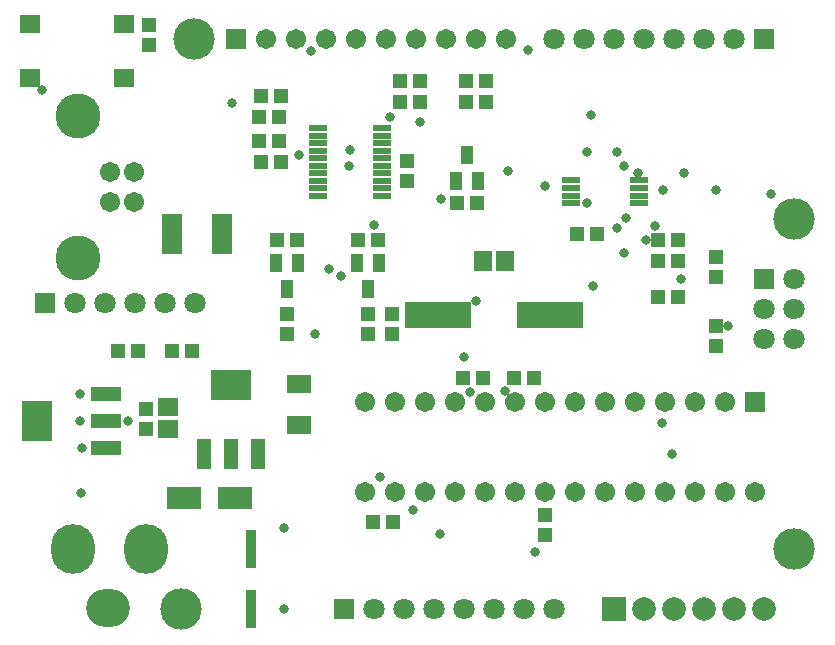
<source format=gts>
G04*
G04 #@! TF.GenerationSoftware,Altium Limited,Altium Designer,19.0.10 (269)*
G04*
G04 Layer_Color=8388736*
%FSLAX24Y24*%
%MOIN*%
G70*
G01*
G75*
%ADD36R,0.0474X0.0513*%
%ADD37R,0.0610X0.0217*%
%ADD38R,0.0513X0.0474*%
%ADD39R,0.0592X0.0671*%
%ADD40R,0.0630X0.0217*%
%ADD41R,0.1379X0.1025*%
%ADD42R,0.0474X0.1025*%
%ADD43R,0.2245X0.0867*%
%ADD44R,0.0415X0.0592*%
%ADD45R,0.0789X0.0631*%
%ADD46R,0.0671X0.0592*%
%ADD47R,0.1123X0.0769*%
%ADD48R,0.0375X0.1261*%
%ADD49R,0.0690X0.0592*%
%ADD50R,0.1025X0.0474*%
%ADD51R,0.1025X0.1379*%
%ADD52R,0.0671X0.1340*%
%ADD53R,0.0789X0.0789*%
%ADD54C,0.0789*%
%ADD55C,0.1503*%
%ADD56C,0.0671*%
%ADD57O,0.1458X0.1655*%
%ADD58O,0.1458X0.1261*%
%ADD59C,0.1379*%
%ADD60R,0.0710X0.0710*%
%ADD61C,0.0710*%
%ADD62R,0.0671X0.0671*%
%ADD63R,0.0671X0.0671*%
%ADD64R,0.0710X0.0710*%
%ADD65C,0.0320*%
D36*
X23400Y9765D02*
D03*
Y10435D02*
D03*
Y12065D02*
D03*
Y12735D02*
D03*
X12600Y10165D02*
D03*
Y10835D02*
D03*
X9100Y10835D02*
D03*
Y10165D02*
D03*
X11800Y10165D02*
D03*
Y10835D02*
D03*
X4400Y6986D02*
D03*
Y7655D02*
D03*
X4491Y20471D02*
D03*
Y19802D02*
D03*
X17700Y3465D02*
D03*
Y4135D02*
D03*
X13090Y15935D02*
D03*
Y15265D02*
D03*
D37*
X10127Y17025D02*
D03*
Y16775D02*
D03*
Y16525D02*
D03*
Y16275D02*
D03*
Y16025D02*
D03*
Y15775D02*
D03*
Y15525D02*
D03*
Y15275D02*
D03*
Y15025D02*
D03*
Y14775D02*
D03*
X12273Y17025D02*
D03*
Y16775D02*
D03*
Y16525D02*
D03*
Y16275D02*
D03*
Y16025D02*
D03*
Y15775D02*
D03*
Y15525D02*
D03*
Y15275D02*
D03*
Y15025D02*
D03*
Y14775D02*
D03*
D38*
X18765Y13500D02*
D03*
X19435D02*
D03*
X15434Y14516D02*
D03*
X14764D02*
D03*
X22135Y13300D02*
D03*
X21465D02*
D03*
Y12600D02*
D03*
X22135D02*
D03*
X21465Y11400D02*
D03*
X22135D02*
D03*
X15065Y18600D02*
D03*
X15735D02*
D03*
Y17900D02*
D03*
X15065D02*
D03*
X13535Y18600D02*
D03*
X12865D02*
D03*
X13535Y17900D02*
D03*
X12865D02*
D03*
X12135Y13300D02*
D03*
X11465D02*
D03*
X8766D02*
D03*
X9436D02*
D03*
X5265Y9600D02*
D03*
X5935D02*
D03*
X3465D02*
D03*
X4135D02*
D03*
X8893Y18100D02*
D03*
X8224D02*
D03*
X8893Y15900D02*
D03*
X8224D02*
D03*
X8165Y17400D02*
D03*
X8835D02*
D03*
X8165Y16600D02*
D03*
X8835D02*
D03*
X12635Y3900D02*
D03*
X11965D02*
D03*
X17335Y8700D02*
D03*
X16665D02*
D03*
X14965Y8700D02*
D03*
X15635D02*
D03*
D39*
X15626Y12600D02*
D03*
X16374D02*
D03*
D40*
X20842Y14516D02*
D03*
Y14772D02*
D03*
Y15028D02*
D03*
Y15284D02*
D03*
X18558Y14516D02*
D03*
Y14772D02*
D03*
Y15028D02*
D03*
Y15284D02*
D03*
D41*
X7230Y8462D02*
D03*
D42*
X8136Y6179D02*
D03*
X7230D02*
D03*
X6325D02*
D03*
D43*
X14130Y10800D02*
D03*
X17870D02*
D03*
D44*
X11800Y11667D02*
D03*
X11426Y12533D02*
D03*
X12174D02*
D03*
X9100Y11667D02*
D03*
X8726Y12533D02*
D03*
X9474D02*
D03*
X14726Y15267D02*
D03*
X15474D02*
D03*
X15100Y16133D02*
D03*
D45*
X9500Y7148D02*
D03*
Y8487D02*
D03*
D46*
X5124Y7745D02*
D03*
Y6997D02*
D03*
D47*
X5654Y4700D02*
D03*
X7346D02*
D03*
D48*
X7900Y3000D02*
D03*
Y1000D02*
D03*
D49*
X3665Y18714D02*
D03*
X535D02*
D03*
Y20486D02*
D03*
X3665D02*
D03*
D50*
X3044Y6356D02*
D03*
Y7262D02*
D03*
Y8167D02*
D03*
D51*
X760Y7262D02*
D03*
D52*
X6927Y13500D02*
D03*
X5273D02*
D03*
D53*
X19991Y1000D02*
D03*
D54*
X20991D02*
D03*
X21991D02*
D03*
X22991D02*
D03*
X23991D02*
D03*
X24991D02*
D03*
D55*
X2129Y12700D02*
D03*
Y17440D02*
D03*
D56*
X3196Y14578D02*
D03*
Y15562D02*
D03*
X3983D02*
D03*
Y14578D02*
D03*
X8400Y20000D02*
D03*
X10400D02*
D03*
X11400D02*
D03*
X12400D02*
D03*
X13400D02*
D03*
X14400D02*
D03*
X15400D02*
D03*
X16400D02*
D03*
X9400D02*
D03*
X11700Y4900D02*
D03*
X12700D02*
D03*
X13700D02*
D03*
X14700D02*
D03*
X15700D02*
D03*
X16700D02*
D03*
X17700D02*
D03*
X18700D02*
D03*
X19700D02*
D03*
X20700D02*
D03*
X21700D02*
D03*
X22700D02*
D03*
X23700D02*
D03*
X24700D02*
D03*
X11700Y7900D02*
D03*
X12700D02*
D03*
X13700D02*
D03*
X14700D02*
D03*
X15700D02*
D03*
X16700D02*
D03*
X17700D02*
D03*
X18700D02*
D03*
X19700D02*
D03*
X20700D02*
D03*
X21700D02*
D03*
X22700D02*
D03*
X23700D02*
D03*
D57*
X4394Y3000D02*
D03*
X1953D02*
D03*
D58*
X3134Y1031D02*
D03*
D59*
X26000Y14000D02*
D03*
X6000Y20000D02*
D03*
X5549Y1000D02*
D03*
X26000Y3000D02*
D03*
D60*
X25000Y20000D02*
D03*
X1042Y11200D02*
D03*
X11000Y1000D02*
D03*
D61*
X24000Y20000D02*
D03*
X23000D02*
D03*
X22000D02*
D03*
X21000D02*
D03*
X20000D02*
D03*
X19000D02*
D03*
X18000D02*
D03*
X6042Y11200D02*
D03*
X5042D02*
D03*
X4042D02*
D03*
X3042D02*
D03*
X2042D02*
D03*
X26000Y12000D02*
D03*
X25000Y11000D02*
D03*
X26000D02*
D03*
X25000Y10000D02*
D03*
X26000D02*
D03*
X18000Y1000D02*
D03*
X17000D02*
D03*
X16000D02*
D03*
X15000D02*
D03*
X14000D02*
D03*
X13000D02*
D03*
X12000D02*
D03*
D62*
X7400Y20000D02*
D03*
D63*
X24700Y7900D02*
D03*
D64*
X25000Y12000D02*
D03*
D65*
X20329Y15775D02*
D03*
X20080Y13700D02*
D03*
X20400Y14023D02*
D03*
X21580Y7200D02*
D03*
X22215Y12000D02*
D03*
X9000Y3700D02*
D03*
X11200Y16300D02*
D03*
X21360Y13774D02*
D03*
X20320Y12874D02*
D03*
X12200Y5400D02*
D03*
X2256Y6356D02*
D03*
X23780Y10435D02*
D03*
X21076Y13300D02*
D03*
X20080Y16244D02*
D03*
X19100D02*
D03*
X20810Y15524D02*
D03*
X22320D02*
D03*
X9485Y16125D02*
D03*
X13535Y17242D02*
D03*
X10880Y12084D02*
D03*
X14230Y14665D02*
D03*
X15190Y8244D02*
D03*
X19290Y11774D02*
D03*
X10490Y12334D02*
D03*
X11990Y13814D02*
D03*
X9900Y19584D02*
D03*
X10030Y10165D02*
D03*
X15400Y11264D02*
D03*
X17680Y15115D02*
D03*
X16450Y15614D02*
D03*
X25220Y14844D02*
D03*
X19242Y17463D02*
D03*
X16374Y8261D02*
D03*
X21620Y14954D02*
D03*
X23400D02*
D03*
X2240Y4874D02*
D03*
X13290Y4314D02*
D03*
X21940Y6154D02*
D03*
X14190Y3504D02*
D03*
X17120Y19634D02*
D03*
X17370Y2904D02*
D03*
X7270Y17874D02*
D03*
X940Y18314D02*
D03*
X19100Y14516D02*
D03*
X11175Y15775D02*
D03*
X12531Y17400D02*
D03*
X14985Y9400D02*
D03*
X3800Y7274D02*
D03*
X2200Y8167D02*
D03*
Y7262D02*
D03*
X9000Y1000D02*
D03*
M02*

</source>
